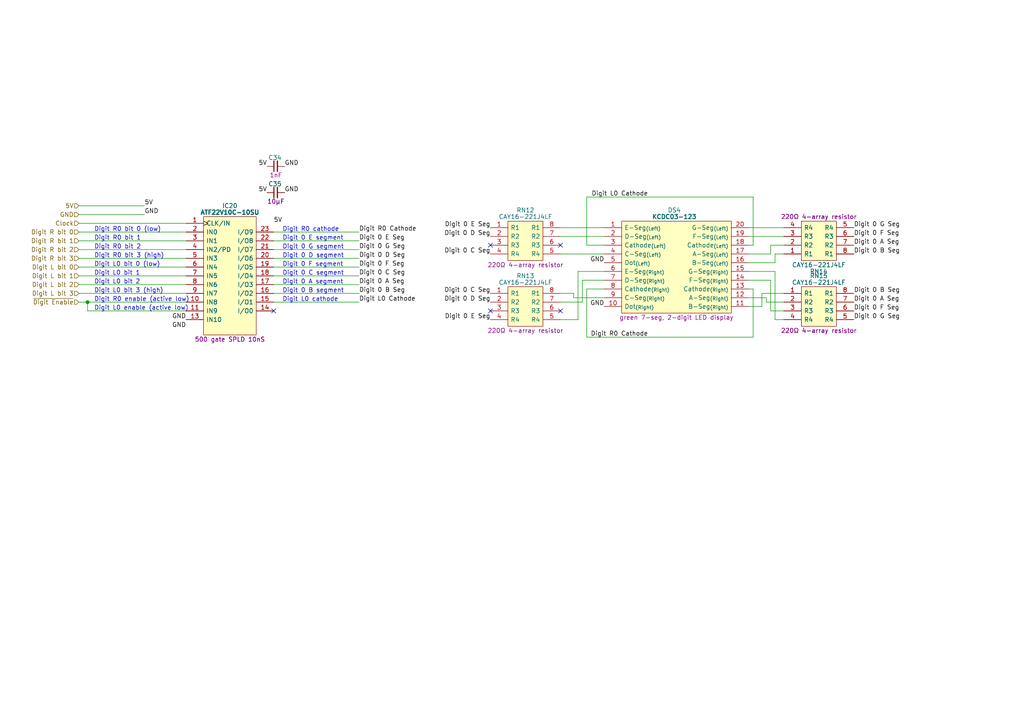
<source format=kicad_sch>
(kicad_sch (version 20231120) (generator "eeschema") (generator_version "8.0")
  (paper "A4")
  (lib_symbols
    (symbol "Bourns:CAY16-221J4LF" (pin_names (offset 0.762))
      (property "Reference" "RN" (at 10.16 5.08 0))
      (property "Value" "CAY16-221J4LF" (at 10.16 3.175 0))
      (property "Description" "220Ω 4-array resistor" (at 10.16 -10.795 0))
      (symbol "CAY16-221J4LF_0_0"
        (pin passive line (at 0 0 0) (length 5.08) (name "R1") (number "1"))
        (pin passive line (at 0 -2.54 0) (length 5.08) (name "R2") (number "2"))
        (pin passive line (at 0 -5.08 0) (length 5.08) (name "R3") (number "3"))
        (pin passive line (at 0 -7.62 0) (length 5.08) (name "R4") (number "4"))
        (pin passive line (at 20.32 -7.62 180) (length 5.08) (name "R4") (number "5"))
        (pin passive line (at 20.32 -5.08 180) (length 5.08) (name "R3") (number "6"))
        (pin passive line (at 20.32 -2.54 180) (length 5.08) (name "R2") (number "7"))
        (pin passive line (at 20.32 0 180) (length 5.08) (name "R1") (number "8"))
      )
      (symbol "CAY16-221J4LF_0_1"
        (polyline (pts (xy 5.08 1.905) (xy 15.24 1.905) (xy 15.24 -9.525) (xy 5.08 -9.525) (xy 5.08 1.905)) (stroke (width 0.1524)) (fill (type background)))
      )
    )
    (symbol "HCP65:C_0805" (pin_numbers hide) (pin_names (offset 0.254) hide)
      (property "Reference" "C" (at 2.286 2.54 0))
      (property "Description" "?μF" (at 2.54 -2.54 0))
      (symbol "C_0805_0_1"
        (polyline (pts (xy 1.9685 -1.4605) (xy 1.9685 1.5875)) (stroke (width 0.3048)))
        (polyline (pts (xy 2.9845 -1.4605) (xy 2.9845 1.5875)) (stroke (width 0.3302)))
      )
      (symbol "C_0805_1_1"
        (pin passive line (at 0 0 0) (length 2.032) (name "~") (number "1"))
        (pin passive line (at 5.08 0 180) (length 2.032) (name "~") (number "2"))
      )
    )
    (symbol "Kingbright:KCDC03-123" (pin_names (offset 0.762))
      (property "Reference" "DS" (at 20.32 5.08 0))
      (property "Value" "KCDC03-123" (at 20.32 3.175 0))
      (property "Description" "green 7-seg, 2-digit LED display" (at 20.955 -26.035 0))
      (symbol "KCDC03-123_0_0"
        (pin input line (at 0 0 0) (length 5.08) (name "E-Seg_{(Left)}") (number "1"))
        (pin input line (at 0 -22.86 0) (length 5.08) (name "Dot_{(Right)}") (number "10"))
        (pin input line (at 41.91 -22.86 180) (length 5.08) (name "B-Seg_{(Right)}") (number "11"))
        (pin input line (at 41.91 -20.32 180) (length 5.08) (name "A-Seg_{(Right)}") (number "12"))
        (pin passive line (at 41.91 -17.78 180) (length 5.08) (name "Cathode_{(Right)}") (number "13"))
        (pin input line (at 41.91 -15.24 180) (length 5.08) (name "F-Seg_{(Right)}") (number "14"))
        (pin input line (at 41.91 -12.7 180) (length 5.08) (name "G-Seg_{(Right)}") (number "15"))
        (pin input line (at 41.91 -10.16 180) (length 5.08) (name "B-Seg_{(Left)}") (number "16"))
        (pin input line (at 41.91 -7.62 180) (length 5.08) (name "A-Seg_{(Left)}") (number "17"))
        (pin passive line (at 41.91 -5.08 180) (length 5.08) (name "Cathode_{(Left)}") (number "18"))
        (pin input line (at 41.91 -2.54 180) (length 5.08) (name "F-Seg_{(Left)}") (number "19"))
        (pin input line (at 0 -2.54 0) (length 5.08) (name "D-Seg_{(Left)}") (number "2"))
        (pin input line (at 41.91 0 180) (length 5.08) (name "G-Seg_{(Left)}") (number "20"))
        (pin passive line (at 0 -5.08 0) (length 5.08) (name "Cathode_{(Left)}") (number "3"))
        (pin input line (at 0 -7.62 0) (length 5.08) (name "C-Seg_{(Left)}") (number "4"))
        (pin input line (at 0 -10.16 0) (length 5.08) (name "Dot_{(Left)}") (number "5"))
        (pin input line (at 0 -12.7 0) (length 5.08) (name "E-Seg_{(Right)}") (number "6"))
        (pin input line (at 0 -15.24 0) (length 5.08) (name "D-Seg_{(Right)}") (number "7"))
        (pin passive line (at 0 -17.78 0) (length 5.08) (name "Cathode_{(Right)}") (number "8"))
        (pin input line (at 0 -20.32 0) (length 5.08) (name "C-Seg_{(Right)}") (number "9"))
      )
      (symbol "KCDC03-123_0_1"
        (polyline (pts (xy 5.08 1.905) (xy 36.83 1.905) (xy 36.83 -24.765) (xy 5.08 -24.765) (xy 5.08 1.905)) (stroke (width 0.1524)) (fill (type background)))
      )
    )
    (symbol "Microchip:ATF22V10C-10SU" (pin_names (offset 0.762))
      (property "Reference" "IC" (at 12.7 5.08 0))
      (property "Value" "ATF22V10C-10SU" (at 12.7 3.175 0))
      (property "Description" "500 gate SPLD 10nS" (at 12.7 -33.655 0))
      (symbol "ATF22V10C-10SU_0_0"
        (pin input clock (at 0 0 0) (length 5.08) (name "CLK/IN") (number "1"))
        (pin input line (at 0 -22.86 0) (length 5.08) (name "IN8") (number "10"))
        (pin input line (at 0 -25.4 0) (length 5.08) (name "IN9") (number "11"))
        (pin passive line (at 0 -30.48 0) (length 5.08) hide (name "GND") (number "12"))
        (pin input line (at 0 -27.94 0) (length 5.08) (name "IN10") (number "13"))
        (pin bidirectional line (at 25.4 -25.4 180) (length 5.08) (name "I/O0") (number "14"))
        (pin bidirectional line (at 25.4 -22.86 180) (length 5.08) (name "I/O1") (number "15"))
        (pin bidirectional line (at 25.4 -20.32 180) (length 5.08) (name "I/O2") (number "16"))
        (pin bidirectional line (at 25.4 -17.78 180) (length 5.08) (name "I/O3") (number "17"))
        (pin bidirectional line (at 25.4 -15.24 180) (length 5.08) (name "I/O4") (number "18"))
        (pin bidirectional line (at 25.4 -12.7 180) (length 5.08) (name "I/O5") (number "19"))
        (pin input line (at 0 -2.54 0) (length 5.08) (name "IN0") (number "2"))
        (pin bidirectional line (at 25.4 -10.16 180) (length 5.08) (name "I/O6") (number "20"))
        (pin bidirectional line (at 25.4 -7.62 180) (length 5.08) (name "I/O7") (number "21"))
        (pin bidirectional line (at 25.4 -5.08 180) (length 5.08) (name "I/O8") (number "22"))
        (pin bidirectional line (at 25.4 -2.54 180) (length 5.08) (name "I/O9") (number "23"))
        (pin passive line (at 25.4 0 180) (length 5.08) hide (name "5V") (number "24"))
        (pin input line (at 0 -5.08 0) (length 5.08) (name "IN1") (number "3"))
        (pin input line (at 0 -7.62 0) (length 5.08) (name "IN2/PD") (number "4"))
        (pin input line (at 0 -10.16 0) (length 5.08) (name "IN3") (number "5"))
        (pin input line (at 0 -12.7 0) (length 5.08) (name "IN4") (number "6"))
        (pin input line (at 0 -15.24 0) (length 5.08) (name "IN5") (number "7"))
        (pin input line (at 0 -17.78 0) (length 5.08) (name "IN6") (number "8"))
        (pin input line (at 0 -20.32 0) (length 5.08) (name "IN7") (number "9"))
      )
      (symbol "ATF22V10C-10SU_0_1"
        (polyline (pts (xy 5.08 1.905) (xy 20.32 1.905) (xy 20.32 -32.385) (xy 5.08 -32.385) (xy 5.08 1.905)) (stroke (width 0.1524)) (fill (type background)))
      )
    )
  )
  (junction (at 25.4 87.63))
  (no_connect (at 79.375 90.17))
  (no_connect (at 162.56 71.12))
  (no_connect (at 142.24 90.17))
  (no_connect (at 142.24 71.12))
  (no_connect (at 162.56 90.17))
  (wire (pts (xy 224.79 76.2) (xy 224.79 73.66)))
  (wire (pts (xy 223.52 90.17) (xy 227.33 90.17)))
  (wire (pts (xy 162.56 73.66) (xy 175.26 73.66)))
  (wire (pts (xy 217.17 86.36) (xy 222.25 86.36)))
  (wire (pts (xy 170.18 57.15) (xy 170.18 71.12)))
  (wire (pts (xy 168.91 87.63) (xy 162.56 87.63)))
  (wire (pts (xy 217.17 81.28) (xy 223.52 81.28)))
  (wire (pts (xy 25.4 87.63) (xy 53.975 87.63)))
  (wire (pts (xy 22.86 62.23) (xy 41.91 62.23)))
  (wire (pts (xy 168.91 81.28) (xy 168.91 87.63)))
  (wire (pts (xy 166.37 85.09) (xy 162.56 85.09)))
  (wire (pts (xy 22.86 72.39) (xy 53.975 72.39)))
  (wire (pts (xy 104.14 87.63) (xy 79.375 87.63)))
  (wire (pts (xy 217.17 83.82) (xy 218.44 83.82)))
  (wire (pts (xy 224.79 73.66) (xy 227.33 73.66)))
  (wire (pts (xy 22.86 59.69) (xy 41.91 59.69)))
  (wire (pts (xy 217.17 68.58) (xy 227.33 68.58)))
  (wire (pts (xy 222.25 86.36) (xy 222.25 87.63)))
  (wire (pts (xy 224.79 78.74) (xy 224.79 92.71)))
  (wire (pts (xy 217.17 88.9) (xy 220.98 88.9)))
  (wire (pts (xy 104.14 80.01) (xy 79.375 80.01)))
  (wire (pts (xy 217.17 73.66) (xy 223.52 73.66)))
  (wire (pts (xy 220.98 85.09) (xy 220.98 88.9)))
  (wire (pts (xy 166.37 86.36) (xy 175.26 86.36)))
  (wire (pts (xy 22.86 64.77) (xy 53.975 64.77)))
  (wire (pts (xy 170.18 83.82) (xy 175.26 83.82)))
  (wire (pts (xy 104.14 72.39) (xy 79.375 72.39)))
  (wire (pts (xy 217.17 78.74) (xy 224.79 78.74)))
  (wire (pts (xy 22.86 87.63) (xy 25.4 87.63)))
  (wire (pts (xy 170.18 97.79) (xy 218.44 97.79)))
  (wire (pts (xy 167.64 78.74) (xy 167.64 92.71)))
  (wire (pts (xy 223.52 81.28) (xy 223.52 90.17)))
  (wire (pts (xy 25.4 90.17) (xy 53.975 90.17)))
  (wire (pts (xy 104.14 77.47) (xy 79.375 77.47)))
  (wire (pts (xy 170.18 83.82) (xy 170.18 97.79)))
  (wire (pts (xy 224.79 92.71) (xy 227.33 92.71)))
  (wire (pts (xy 218.44 71.12) (xy 218.44 57.15)))
  (wire (pts (xy 22.86 67.31) (xy 53.975 67.31)))
  (wire (pts (xy 162.56 66.04) (xy 175.26 66.04)))
  (wire (pts (xy 227.33 85.09) (xy 220.98 85.09)))
  (wire (pts (xy 22.86 82.55) (xy 53.975 82.55)))
  (wire (pts (xy 223.52 71.12) (xy 227.33 71.12)))
  (wire (pts (xy 170.18 71.12) (xy 175.26 71.12)))
  (wire (pts (xy 217.17 66.04) (xy 227.33 66.04)))
  (wire (pts (xy 162.56 68.58) (xy 175.26 68.58)))
  (wire (pts (xy 22.86 74.93) (xy 53.975 74.93)))
  (wire (pts (xy 166.37 86.36) (xy 166.37 85.09)))
  (wire (pts (xy 175.26 81.28) (xy 168.91 81.28)))
  (wire (pts (xy 217.17 71.12) (xy 218.44 71.12)))
  (wire (pts (xy 222.25 87.63) (xy 227.33 87.63)))
  (wire (pts (xy 22.86 69.85) (xy 53.975 69.85)))
  (wire (pts (xy 104.14 69.85) (xy 79.375 69.85)))
  (wire (pts (xy 170.18 57.15) (xy 218.44 57.15)))
  (wire (pts (xy 22.86 85.09) (xy 53.975 85.09)))
  (wire (pts (xy 104.14 85.09) (xy 79.375 85.09)))
  (wire (pts (xy 175.26 78.74) (xy 167.64 78.74)))
  (wire (pts (xy 104.14 74.93) (xy 79.375 74.93)))
  (wire (pts (xy 22.86 80.01) (xy 53.975 80.01)))
  (wire (pts (xy 22.86 77.47) (xy 53.975 77.47)))
  (wire (pts (xy 25.4 87.63) (xy 25.4 90.17)))
  (wire (pts (xy 218.44 97.79) (xy 218.44 83.82)))
  (wire (pts (xy 217.17 76.2) (xy 224.79 76.2)))
  (wire (pts (xy 167.64 92.71) (xy 162.56 92.71)))
  (wire (pts (xy 104.14 67.31) (xy 79.375 67.31)))
  (wire (pts (xy 104.14 82.55) (xy 79.375 82.55)))
  (wire (pts (xy 223.52 73.66) (xy 223.52 71.12)))
  (text "Digit L0 enable (active low)" (at 27.305 90.17 0) (effects (font (size 1.27 1.27)) (justify left bottom)))
  (text "Digit R0 bit 3 (high)" (at 27.305 74.93 0) (effects (font (size 1.27 1.27)) (justify left bottom)))
  (text "Digit 0 B segment" (at 81.915 85.09 0) (effects (font (size 1.27 1.27)) (justify left bottom)))
  (text "Digit 0 F segment" (at 81.915 77.47 0) (effects (font (size 1.27 1.27)) (justify left bottom)))
  (text "Digit R0 enable (active low)" (at 27.305 87.63 0) (effects (font (size 1.27 1.27)) (justify left bottom)))
  (text "Digit 0 C segment" (at 81.915 80.01 0) (effects (font (size 1.27 1.27)) (justify left bottom)))
  (text "Digit L0 cathode" (at 81.915 87.63 0) (effects (font (size 1.27 1.27)) (justify left bottom)))
  (text "Digit 0 E segment" (at 81.915 69.85 0) (effects (font (size 1.27 1.27)) (justify left bottom)))
  (text "Digit L0 bit 0 (low)" (at 27.305 77.47 0) (effects (font (size 1.27 1.27)) (justify left bottom)))
  (text "Digit L0 bit 2" (at 27.305 82.55 0) (effects (font (size 1.27 1.27)) (justify left bottom)))
  (text "Digit R0 cathode" (at 81.915 67.31 0) (effects (font (size 1.27 1.27)) (justify left bottom)))
  (text "Digit 0 A segment" (at 81.915 82.55 0) (effects (font (size 1.27 1.27)) (justify left bottom)))
  (text "Digit R0 bit 0 (low)" (at 27.305 67.31 0) (effects (font (size 1.27 1.27)) (justify left bottom)))
  (text "Digit 0 D segment" (at 81.915 74.93 0) (effects (font (size 1.27 1.27)) (justify left bottom)))
  (text "Digit R0 bit 1" (at 27.305 69.85 0) (effects (font (size 1.27 1.27)) (justify left bottom)))
  (text "Digit 0 G segment" (at 81.915 72.39 0) (effects (font (size 1.27 1.27)) (justify left bottom)))
  (text "Digit R0 bit 2\n" (at 27.305 72.39 0) (effects (font (size 1.27 1.27)) (justify left bottom)))
  (text "Digit L0 bit 3 (high)" (at 27.305 85.09 0) (effects (font (size 1.27 1.27)) (justify left bottom)))
  (text "Digit L0 bit 1" (at 27.305 80.01 0) (effects (font (size 1.27 1.27)) (justify left bottom)))
  (label "Digit R0 Cathode" (at 104.14 67.31 0))
  (label "Digit 0 E Seg" (at 142.24 92.71 180))
  (label "Digit 0 B Seg" (at 247.65 85.09 0))
  (label "Digit 0 C Seg" (at 104.14 80.01 0))
  (label "Digit 0 E Seg" (at 104.14 69.85 0))
  (label "Digit 0 D Seg" (at 142.24 87.63 180))
  (label "5V" (at 79.375 64.77 0))
  (label "Digit 0 D Seg" (at 142.24 68.58 180))
  (label "5V" (at 41.91 59.69 0))
  (label "5V" (at 77.47 48.26 180))
  (label "Digit 0 A Seg" (at 247.65 87.63 0))
  (label "GND" (at 82.55 55.88 0))
  (label "Digit 0 G Seg" (at 104.14 72.39 0))
  (label "Digit 0 A Seg" (at 104.14 82.55 0))
  (label "Digit L0 Cathode" (at 187.96 57.15 180))
  (label "Digit 0 D Seg" (at 104.14 74.93 0))
  (label "Digit 0 A Seg" (at 247.65 71.12 0))
  (label "Digit 0 G Seg" (at 247.65 92.71 0))
  (label "GND" (at 175.26 88.9 180))
  (label "Digit 0 F Seg" (at 104.14 77.47 0))
  (label "Digit 0 F Seg" (at 247.65 90.17 0))
  (label "GND" (at 175.26 76.2 180))
  (label "Digit 0 B Seg" (at 104.14 85.09 0))
  (label "GND" (at 82.55 48.26 0))
  (label "Digit 0 C Seg" (at 142.24 73.66 180))
  (label "Digit 0 G Seg" (at 247.65 66.04 0))
  (label "GND" (at 53.975 92.71 180))
  (label "GND" (at 53.975 95.25 180))
  (label "Digit 0 C Seg" (at 142.24 85.09 180))
  (label "Digit 0 F Seg" (at 247.65 68.58 0))
  (label "Digit 0 E Seg" (at 142.24 66.04 180))
  (label "5V" (at 77.47 55.88 180))
  (label "Digit R0 Cathode" (at 187.96 97.79 180))
  (label "GND" (at 41.91 62.23 0))
  (label "Digit L0 Cathode" (at 104.14 87.63 0))
  (label "Digit 0 B Seg" (at 247.65 73.66 0))
  (hierarchical_label "~{Digit Enable}" (shape input) (at 22.86 87.63 180))
  (hierarchical_label "Clock" (shape input) (at 22.86 64.77 180))
  (hierarchical_label "Digit R bit 3" (shape input) (at 22.86 74.93 180))
  (hierarchical_label "Digit R bit 0" (shape input) (at 22.86 67.31 180))
  (hierarchical_label "Digit L bit 3" (shape input) (at 22.86 85.09 180))
  (hierarchical_label "5V" (shape input) (at 22.86 59.69 180))
  (hierarchical_label "Digit L bit 2" (shape input) (at 22.86 82.55 180))
  (hierarchical_label "GND" (shape input) (at 22.86 62.23 180))
  (hierarchical_label "Digit R bit 2" (shape input) (at 22.86 72.39 180))
  (hierarchical_label "Digit L bit 1" (shape input) (at 22.86 80.01 180))
  (hierarchical_label "Digit R bit 1" (shape input) (at 22.86 69.85 180))
  (hierarchical_label "Digit L bit 0" (shape input) (at 22.86 77.47 180))
  (symbol (lib_id "Bourns:CAY16-221J4LF") (at 142.24 66.04 0) (unit 1)
    (property "Reference" "RN4" (at 152.4 60.96 0))
    (property "Value" "CAY16-221J4LF" (at 152.4 62.865 0))
    (property "Footprint" "CAY1647R0F4LF" (effects (hide yes)))
    (property "Datasheet" "https://www.bourns.com/docs/Product-Datasheets/CATCAY.pdf" (effects (hide yes)))
    (property "Description" "220Ω 4-array resistor" (at 152.4 76.835 0))
    (property "Height" "0.6" (effects (hide yes)))
    (property "Manufacturer_Name" "Bourns" (effects (hide yes)))
    (property "Manufacturer_Part_Number" "CAY16-221J4LF" (effects (hide yes)))
    (property "Mouser Part Number" "652-CAY16-221J4LF" (effects (hide yes)))
    (property "Mouser Price/Stock" "https://www.mouser.co.uk/ProductDetail/Bourns/CAY16-221J4LF?qs=BKfsZh40Pd9sAo64tUrb9Q%3D%3D" (effects (hide yes)))
    (property "Arrow Part Number" "CAY16-221J4LF" (effects (hide yes)))
    (property "Arrow Price/Stock" "https://www.arrow.com/en/products/cay16-221j4lf/bourns?region=nac" (effects (hide yes)))
    (property "Silkscreen" "220Ω" (effects (hide yes)))
    (instances (project "Pico Debugger" (path "" (reference "RN12") (unit 1)) (path "" (reference "RN8") (unit 1)) (path "" (reference "RN16") (unit 1)) (path "" (reference "RN4") (unit 1))))
  )
  (symbol (lib_id "Bourns:CAY16-221J4LF") (at 227.33 85.09 0) (unit 1)
    (property "Reference" "RN7" (at 237.49 80.01 0))
    (property "Value" "CAY16-221J4LF" (at 237.49 81.915 0))
    (property "Footprint" "CAY1647R0F4LF" (effects (hide yes)))
    (property "Datasheet" "https://www.bourns.com/docs/Product-Datasheets/CATCAY.pdf" (effects (hide yes)))
    (property "Description" "220Ω 4-array resistor" (at 237.49 95.885 0))
    (property "Height" "0.6" (effects (hide yes)))
    (property "Manufacturer_Name" "Bourns" (effects (hide yes)))
    (property "Manufacturer_Part_Number" "CAY16-221J4LF" (effects (hide yes)))
    (property "Mouser Part Number" "652-CAY16-221J4LF" (effects (hide yes)))
    (property "Mouser Price/Stock" "https://www.mouser.co.uk/ProductDetail/Bourns/CAY16-221J4LF?qs=BKfsZh40Pd9sAo64tUrb9Q%3D%3D" (effects (hide yes)))
    (property "Arrow Part Number" "CAY16-221J4LF" (effects (hide yes)))
    (property "Arrow Price/Stock" "https://www.arrow.com/en/products/cay16-221j4lf/bourns?region=nac" (effects (hide yes)))
    (property "Silkscreen" "220Ω" (effects (hide yes)))
    (instances (project "Pico Debugger" (path "" (reference "RN15") (unit 1)) (path "" (reference "RN11") (unit 1)) (path "" (reference "RN19") (unit 1)) (path "" (reference "RN7") (unit 1))))
  )
  (symbol (lib_id "HCP65:C_0805") (at 77.47 55.88 0) (unit 1)
    (property "Reference" "C31" (at 79.756 53.34 0))
    (property "Value" "C_0805" (effects (hide yes)))
    (property "Footprint" "SamacSys_Parts:C_0805" (effects (hide yes)))
    (property "Description" "10μF" (at 80.01 58.42 0))
    (instances (project "Pico Debugger" (path "" (reference "C35") (unit 1)) (path "" (reference "C33") (unit 1)) (path "" (reference "C37") (unit 1)) (path "" (reference "C31") (unit 1))))
  )
  (symbol (lib_id "Bourns:CAY16-221J4LF") (at 142.24 85.09 0) (unit 1)
    (property "Reference" "RN5" (at 152.4 80.01 0))
    (property "Value" "CAY16-221J4LF" (at 152.4 81.915 0))
    (property "Footprint" "CAY1647R0F4LF" (effects (hide yes)))
    (property "Datasheet" "https://www.bourns.com/docs/Product-Datasheets/CATCAY.pdf" (effects (hide yes)))
    (property "Description" "220Ω 4-array resistor" (at 152.4 95.885 0))
    (property "Height" "0.6" (effects (hide yes)))
    (property "Manufacturer_Name" "Bourns" (effects (hide yes)))
    (property "Manufacturer_Part_Number" "CAY16-221J4LF" (effects (hide yes)))
    (property "Mouser Part Number" "652-CAY16-221J4LF" (effects (hide yes)))
    (property "Mouser Price/Stock" "https://www.mouser.co.uk/ProductDetail/Bourns/CAY16-221J4LF?qs=BKfsZh40Pd9sAo64tUrb9Q%3D%3D" (effects (hide yes)))
    (property "Arrow Part Number" "CAY16-221J4LF" (effects (hide yes)))
    (property "Arrow Price/Stock" "https://www.arrow.com/en/products/cay16-221j4lf/bourns?region=nac" (effects (hide yes)))
    (property "Silkscreen" "220Ω" (effects (hide yes)))
    (instances (project "Pico Debugger" (path "" (reference "RN13") (unit 1)) (path "" (reference "RN9") (unit 1)) (path "" (reference "RN17") (unit 1)) (path "" (reference "RN5") (unit 1))))
  )
  (symbol (lib_id "Bourns:CAY16-221J4LF") (at 227.33 73.66 0) (mirror x) (unit 1)
    (property "Reference" "RN6" (at 237.49 78.74 0))
    (property "Value" "CAY16-221J4LF" (at 237.49 76.835 0))
    (property "Footprint" "CAY1647R0F4LF" (effects (hide yes)))
    (property "Datasheet" "https://www.bourns.com/docs/Product-Datasheets/CATCAY.pdf" (effects (hide yes)))
    (property "Description" "220Ω 4-array resistor" (at 237.49 62.865 0))
    (property "Height" "0.6" (effects (hide yes)))
    (property "Manufacturer_Name" "Bourns" (effects (hide yes)))
    (property "Manufacturer_Part_Number" "CAY16-221J4LF" (effects (hide yes)))
    (property "Mouser Part Number" "652-CAY16-221J4LF" (effects (hide yes)))
    (property "Mouser Price/Stock" "https://www.mouser.co.uk/ProductDetail/Bourns/CAY16-221J4LF?qs=BKfsZh40Pd9sAo64tUrb9Q%3D%3D" (effects (hide yes)))
    (property "Arrow Part Number" "CAY16-221J4LF" (effects (hide yes)))
    (property "Arrow Price/Stock" "https://www.arrow.com/en/products/cay16-221j4lf/bourns?region=nac" (effects (hide yes)))
    (property "Silkscreen" "220Ω" (effects (hide yes)))
    (instances (project "Pico Debugger" (path "" (reference "RN14") (unit 1)) (path "" (reference "RN10") (unit 1)) (path "" (reference "RN18") (unit 1)) (path "" (reference "RN6") (unit 1))))
  )
  (symbol (lib_id "Kingbright:KCDC03-123") (at 175.26 66.04 0) (unit 1)
    (property "Reference" "DS2" (at 195.58 60.96 0))
    (property "Value" "KCDC03-123" (at 195.58 62.865 0) (effects (font (bold yes))))
    (property "Footprint" "KCDC03123" (effects (hide yes)))
    (property "Datasheet" "http://www.kingbright.com/attachments/file/psearch/000/00/20160808bak/KCDC03-123(Ver.10A).pdf" (effects (hide yes)))
    (property "Description" "green 7-seg, 2-digit LED display" (at 196.215 92.075 0))
    (property "Height" "4.1" (effects (hide yes)))
    (property "Manufacturer_Name" "Kingbright" (effects (hide yes)))
    (property "Manufacturer_Part_Number" "KCDC03-123" (effects (hide yes)))
    (property "Mouser Part Number" "N/A" (effects (hide yes)))
    (property "Mouser Price/Stock" "http://www.mouser.com/Search/ProductDetail.aspx?qs=2JU0tDl2GZ3i3Ngnh7RV3w%3d%3d" (effects (hide yes)))
    (instances (project "Pico Debugger" (path "" (reference "DS4") (unit 1)) (path "" (reference "DS3") (unit 1)) (path "" (reference "DS5") (unit 1)) (path "" (reference "DS2") (unit 1))))
  )
  (symbol (lib_id "HCP65:C_0805") (at 77.47 48.26 0) (unit 1)
    (property "Reference" "C29" (at 79.756 45.72 0))
    (property "Value" "C_0805" (effects (hide yes)))
    (property "Footprint" "SamacSys_Parts:C_0805" (effects (hide yes)))
    (property "Description" "1nF" (at 80.01 50.8 0))
    (instances (project "Pico Debugger" (path "" (reference "C34") (unit 1)) (path "" (reference "C32") (unit 1)) (path "" (reference "C36") (unit 1)) (path "" (reference "C29") (unit 1))))
  )
  (symbol (lib_id "Microchip:ATF22V10C-10SU") (at 53.975 64.77 0) (unit 1)
    (property "Reference" "IC18" (at 66.675 59.69 0))
    (property "Value" "ATF22V10C-10SU" (at 66.675 61.595 0) (effects (font (bold yes))))
    (property "Footprint" "SOIC127P1032X265-24N" (effects (hide yes)))
    (property "Datasheet" "https://ww1.microchip.com/downloads/en/DeviceDoc/doc0735.pdf" (effects (hide yes)))
    (property "Description" "500 gate SPLD 10nS" (at 66.675 98.425 0))
    (property "Height" "2.65" (effects (hide yes)))
    (property "Manufacturer_Name" "Microchip" (effects (hide yes)))
    (property "Manufacturer_Part_Number" "ATF22V10C-10SU" (effects (hide yes)))
    (property "Mouser Part Number" "556-ATF22V10C-10SU" (effects (hide yes)))
    (property "Mouser Price/Stock" "https://www.mouser.co.uk/ProductDetail/Microchip-Technology/ATF22V10C-10SU?qs=5h0i3Kr%252BAn1OOXkPIe2X2A%3D%3D" (effects (hide yes)))
    (property "Arrow Part Number" "ATF22V10C-10SU" (effects (hide yes)))
    (property "Arrow Price/Stock" "https://www.arrow.com/en/products/atf22v10c-10su/microchip-technology?region=nac" (effects (hide yes)))
    (instances (project "Pico Debugger" (path "" (reference "IC20") (unit 1)) (path "" (reference "IC19") (unit 1)) (path "" (reference "IC21") (unit 1)) (path "" (reference "IC18") (unit 1))))
  )
)
</source>
